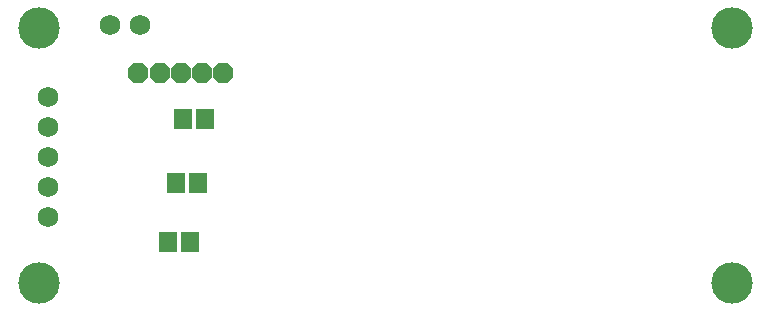
<source format=gbs>
G75*
G70*
%OFA0B0*%
%FSLAX24Y24*%
%IPPOS*%
%LPD*%
%AMOC8*
5,1,8,0,0,1.08239X$1,22.5*
%
%ADD10R,0.0592X0.0710*%
%ADD11C,0.0680*%
%ADD12C,0.1380*%
%ADD13OC8,0.0674*%
D10*
X005519Y002602D03*
X006267Y002602D03*
X006542Y004560D03*
X005794Y004560D03*
X006020Y006688D03*
X006768Y006688D03*
D11*
X001533Y006432D03*
X001533Y007432D03*
X001533Y005432D03*
X001533Y004432D03*
X001533Y003432D03*
X003606Y009834D03*
X004606Y009834D03*
D12*
X001232Y001232D03*
X001233Y009732D03*
X024333Y009732D03*
X024333Y001232D03*
D13*
X007373Y008214D03*
X006664Y008214D03*
X005956Y008214D03*
X005247Y008214D03*
X004538Y008214D03*
M02*

</source>
